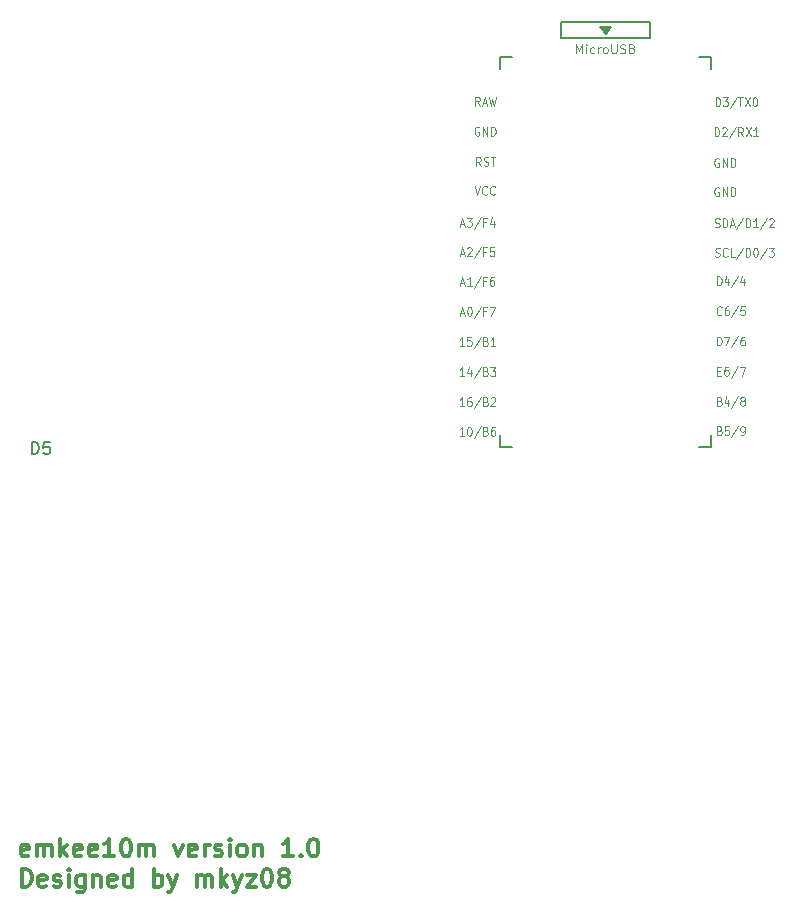
<source format=gto>
G04 #@! TF.GenerationSoftware,KiCad,Pcbnew,(5.1.4)-1*
G04 #@! TF.CreationDate,2019-11-23T21:45:35+09:00*
G04 #@! TF.ProjectId,sakure10m,73616b75-7265-4313-906d-2e6b69636164,rev?*
G04 #@! TF.SameCoordinates,Original*
G04 #@! TF.FileFunction,Legend,Top*
G04 #@! TF.FilePolarity,Positive*
%FSLAX46Y46*%
G04 Gerber Fmt 4.6, Leading zero omitted, Abs format (unit mm)*
G04 Created by KiCad (PCBNEW (5.1.4)-1) date 2019-11-23 21:45:35*
%MOMM*%
%LPD*%
G04 APERTURE LIST*
%ADD10C,0.300000*%
%ADD11C,0.150000*%
%ADD12C,0.125000*%
%ADD13C,0.120000*%
%ADD14C,2.302000*%
%ADD15O,1.702000X1.702000*%
%ADD16R,1.702000X1.702000*%
%ADD17C,2.102000*%
%ADD18C,1.102000*%
%ADD19C,1.802000*%
%ADD20C,2.002000*%
%ADD21C,4.102000*%
%ADD22R,1.626000X1.626000*%
G04 APERTURE END LIST*
D10*
X99023571Y-110732142D02*
X98880714Y-110803571D01*
X98595000Y-110803571D01*
X98452142Y-110732142D01*
X98380714Y-110589285D01*
X98380714Y-110017857D01*
X98452142Y-109875000D01*
X98595000Y-109803571D01*
X98880714Y-109803571D01*
X99023571Y-109875000D01*
X99095000Y-110017857D01*
X99095000Y-110160714D01*
X98380714Y-110303571D01*
X99737857Y-110803571D02*
X99737857Y-109803571D01*
X99737857Y-109946428D02*
X99809285Y-109875000D01*
X99952142Y-109803571D01*
X100166428Y-109803571D01*
X100309285Y-109875000D01*
X100380714Y-110017857D01*
X100380714Y-110803571D01*
X100380714Y-110017857D02*
X100452142Y-109875000D01*
X100595000Y-109803571D01*
X100809285Y-109803571D01*
X100952142Y-109875000D01*
X101023571Y-110017857D01*
X101023571Y-110803571D01*
X101737857Y-110803571D02*
X101737857Y-109303571D01*
X101880714Y-110232142D02*
X102309285Y-110803571D01*
X102309285Y-109803571D02*
X101737857Y-110375000D01*
X103523571Y-110732142D02*
X103380714Y-110803571D01*
X103095000Y-110803571D01*
X102952142Y-110732142D01*
X102880714Y-110589285D01*
X102880714Y-110017857D01*
X102952142Y-109875000D01*
X103095000Y-109803571D01*
X103380714Y-109803571D01*
X103523571Y-109875000D01*
X103595000Y-110017857D01*
X103595000Y-110160714D01*
X102880714Y-110303571D01*
X104809285Y-110732142D02*
X104666428Y-110803571D01*
X104380714Y-110803571D01*
X104237857Y-110732142D01*
X104166428Y-110589285D01*
X104166428Y-110017857D01*
X104237857Y-109875000D01*
X104380714Y-109803571D01*
X104666428Y-109803571D01*
X104809285Y-109875000D01*
X104880714Y-110017857D01*
X104880714Y-110160714D01*
X104166428Y-110303571D01*
X106309285Y-110803571D02*
X105452142Y-110803571D01*
X105880714Y-110803571D02*
X105880714Y-109303571D01*
X105737857Y-109517857D01*
X105595000Y-109660714D01*
X105452142Y-109732142D01*
X107237857Y-109303571D02*
X107380714Y-109303571D01*
X107523571Y-109375000D01*
X107595000Y-109446428D01*
X107666428Y-109589285D01*
X107737857Y-109875000D01*
X107737857Y-110232142D01*
X107666428Y-110517857D01*
X107595000Y-110660714D01*
X107523571Y-110732142D01*
X107380714Y-110803571D01*
X107237857Y-110803571D01*
X107095000Y-110732142D01*
X107023571Y-110660714D01*
X106952142Y-110517857D01*
X106880714Y-110232142D01*
X106880714Y-109875000D01*
X106952142Y-109589285D01*
X107023571Y-109446428D01*
X107095000Y-109375000D01*
X107237857Y-109303571D01*
X108380714Y-110803571D02*
X108380714Y-109803571D01*
X108380714Y-109946428D02*
X108452142Y-109875000D01*
X108595000Y-109803571D01*
X108809285Y-109803571D01*
X108952142Y-109875000D01*
X109023571Y-110017857D01*
X109023571Y-110803571D01*
X109023571Y-110017857D02*
X109095000Y-109875000D01*
X109237857Y-109803571D01*
X109452142Y-109803571D01*
X109595000Y-109875000D01*
X109666428Y-110017857D01*
X109666428Y-110803571D01*
X111380714Y-109803571D02*
X111737857Y-110803571D01*
X112095000Y-109803571D01*
X113237857Y-110732142D02*
X113095000Y-110803571D01*
X112809285Y-110803571D01*
X112666428Y-110732142D01*
X112595000Y-110589285D01*
X112595000Y-110017857D01*
X112666428Y-109875000D01*
X112809285Y-109803571D01*
X113095000Y-109803571D01*
X113237857Y-109875000D01*
X113309285Y-110017857D01*
X113309285Y-110160714D01*
X112595000Y-110303571D01*
X113952142Y-110803571D02*
X113952142Y-109803571D01*
X113952142Y-110089285D02*
X114023571Y-109946428D01*
X114095000Y-109875000D01*
X114237857Y-109803571D01*
X114380714Y-109803571D01*
X114809285Y-110732142D02*
X114952142Y-110803571D01*
X115237857Y-110803571D01*
X115380714Y-110732142D01*
X115452142Y-110589285D01*
X115452142Y-110517857D01*
X115380714Y-110375000D01*
X115237857Y-110303571D01*
X115023571Y-110303571D01*
X114880714Y-110232142D01*
X114809285Y-110089285D01*
X114809285Y-110017857D01*
X114880714Y-109875000D01*
X115023571Y-109803571D01*
X115237857Y-109803571D01*
X115380714Y-109875000D01*
X116095000Y-110803571D02*
X116095000Y-109803571D01*
X116095000Y-109303571D02*
X116023571Y-109375000D01*
X116095000Y-109446428D01*
X116166428Y-109375000D01*
X116095000Y-109303571D01*
X116095000Y-109446428D01*
X117023571Y-110803571D02*
X116880714Y-110732142D01*
X116809285Y-110660714D01*
X116737857Y-110517857D01*
X116737857Y-110089285D01*
X116809285Y-109946428D01*
X116880714Y-109875000D01*
X117023571Y-109803571D01*
X117237857Y-109803571D01*
X117380714Y-109875000D01*
X117452142Y-109946428D01*
X117523571Y-110089285D01*
X117523571Y-110517857D01*
X117452142Y-110660714D01*
X117380714Y-110732142D01*
X117237857Y-110803571D01*
X117023571Y-110803571D01*
X118166428Y-109803571D02*
X118166428Y-110803571D01*
X118166428Y-109946428D02*
X118237857Y-109875000D01*
X118380714Y-109803571D01*
X118595000Y-109803571D01*
X118737857Y-109875000D01*
X118809285Y-110017857D01*
X118809285Y-110803571D01*
X121452142Y-110803571D02*
X120595000Y-110803571D01*
X121023571Y-110803571D02*
X121023571Y-109303571D01*
X120880714Y-109517857D01*
X120737857Y-109660714D01*
X120595000Y-109732142D01*
X122095000Y-110660714D02*
X122166428Y-110732142D01*
X122095000Y-110803571D01*
X122023571Y-110732142D01*
X122095000Y-110660714D01*
X122095000Y-110803571D01*
X123095000Y-109303571D02*
X123237857Y-109303571D01*
X123380714Y-109375000D01*
X123452142Y-109446428D01*
X123523571Y-109589285D01*
X123595000Y-109875000D01*
X123595000Y-110232142D01*
X123523571Y-110517857D01*
X123452142Y-110660714D01*
X123380714Y-110732142D01*
X123237857Y-110803571D01*
X123095000Y-110803571D01*
X122952142Y-110732142D01*
X122880714Y-110660714D01*
X122809285Y-110517857D01*
X122737857Y-110232142D01*
X122737857Y-109875000D01*
X122809285Y-109589285D01*
X122880714Y-109446428D01*
X122952142Y-109375000D01*
X123095000Y-109303571D01*
X98452142Y-113353571D02*
X98452142Y-111853571D01*
X98809285Y-111853571D01*
X99023571Y-111925000D01*
X99166428Y-112067857D01*
X99237857Y-112210714D01*
X99309285Y-112496428D01*
X99309285Y-112710714D01*
X99237857Y-112996428D01*
X99166428Y-113139285D01*
X99023571Y-113282142D01*
X98809285Y-113353571D01*
X98452142Y-113353571D01*
X100523571Y-113282142D02*
X100380714Y-113353571D01*
X100095000Y-113353571D01*
X99952142Y-113282142D01*
X99880714Y-113139285D01*
X99880714Y-112567857D01*
X99952142Y-112425000D01*
X100095000Y-112353571D01*
X100380714Y-112353571D01*
X100523571Y-112425000D01*
X100595000Y-112567857D01*
X100595000Y-112710714D01*
X99880714Y-112853571D01*
X101166428Y-113282142D02*
X101309285Y-113353571D01*
X101595000Y-113353571D01*
X101737857Y-113282142D01*
X101809285Y-113139285D01*
X101809285Y-113067857D01*
X101737857Y-112925000D01*
X101595000Y-112853571D01*
X101380714Y-112853571D01*
X101237857Y-112782142D01*
X101166428Y-112639285D01*
X101166428Y-112567857D01*
X101237857Y-112425000D01*
X101380714Y-112353571D01*
X101595000Y-112353571D01*
X101737857Y-112425000D01*
X102452142Y-113353571D02*
X102452142Y-112353571D01*
X102452142Y-111853571D02*
X102380714Y-111925000D01*
X102452142Y-111996428D01*
X102523571Y-111925000D01*
X102452142Y-111853571D01*
X102452142Y-111996428D01*
X103809285Y-112353571D02*
X103809285Y-113567857D01*
X103737857Y-113710714D01*
X103666428Y-113782142D01*
X103523571Y-113853571D01*
X103309285Y-113853571D01*
X103166428Y-113782142D01*
X103809285Y-113282142D02*
X103666428Y-113353571D01*
X103380714Y-113353571D01*
X103237857Y-113282142D01*
X103166428Y-113210714D01*
X103095000Y-113067857D01*
X103095000Y-112639285D01*
X103166428Y-112496428D01*
X103237857Y-112425000D01*
X103380714Y-112353571D01*
X103666428Y-112353571D01*
X103809285Y-112425000D01*
X104523571Y-112353571D02*
X104523571Y-113353571D01*
X104523571Y-112496428D02*
X104595000Y-112425000D01*
X104737857Y-112353571D01*
X104952142Y-112353571D01*
X105095000Y-112425000D01*
X105166428Y-112567857D01*
X105166428Y-113353571D01*
X106452142Y-113282142D02*
X106309285Y-113353571D01*
X106023571Y-113353571D01*
X105880714Y-113282142D01*
X105809285Y-113139285D01*
X105809285Y-112567857D01*
X105880714Y-112425000D01*
X106023571Y-112353571D01*
X106309285Y-112353571D01*
X106452142Y-112425000D01*
X106523571Y-112567857D01*
X106523571Y-112710714D01*
X105809285Y-112853571D01*
X107809285Y-113353571D02*
X107809285Y-111853571D01*
X107809285Y-113282142D02*
X107666428Y-113353571D01*
X107380714Y-113353571D01*
X107237857Y-113282142D01*
X107166428Y-113210714D01*
X107095000Y-113067857D01*
X107095000Y-112639285D01*
X107166428Y-112496428D01*
X107237857Y-112425000D01*
X107380714Y-112353571D01*
X107666428Y-112353571D01*
X107809285Y-112425000D01*
X109666428Y-113353571D02*
X109666428Y-111853571D01*
X109666428Y-112425000D02*
X109809285Y-112353571D01*
X110095000Y-112353571D01*
X110237857Y-112425000D01*
X110309285Y-112496428D01*
X110380714Y-112639285D01*
X110380714Y-113067857D01*
X110309285Y-113210714D01*
X110237857Y-113282142D01*
X110095000Y-113353571D01*
X109809285Y-113353571D01*
X109666428Y-113282142D01*
X110880714Y-112353571D02*
X111237857Y-113353571D01*
X111595000Y-112353571D02*
X111237857Y-113353571D01*
X111095000Y-113710714D01*
X111023571Y-113782142D01*
X110880714Y-113853571D01*
X113309285Y-113353571D02*
X113309285Y-112353571D01*
X113309285Y-112496428D02*
X113380714Y-112425000D01*
X113523571Y-112353571D01*
X113737857Y-112353571D01*
X113880714Y-112425000D01*
X113952142Y-112567857D01*
X113952142Y-113353571D01*
X113952142Y-112567857D02*
X114023571Y-112425000D01*
X114166428Y-112353571D01*
X114380714Y-112353571D01*
X114523571Y-112425000D01*
X114595000Y-112567857D01*
X114595000Y-113353571D01*
X115309285Y-113353571D02*
X115309285Y-111853571D01*
X115452142Y-112782142D02*
X115880714Y-113353571D01*
X115880714Y-112353571D02*
X115309285Y-112925000D01*
X116380714Y-112353571D02*
X116737857Y-113353571D01*
X117095000Y-112353571D02*
X116737857Y-113353571D01*
X116595000Y-113710714D01*
X116523571Y-113782142D01*
X116380714Y-113853571D01*
X117523571Y-112353571D02*
X118309285Y-112353571D01*
X117523571Y-113353571D01*
X118309285Y-113353571D01*
X119166428Y-111853571D02*
X119309285Y-111853571D01*
X119452142Y-111925000D01*
X119523571Y-111996428D01*
X119595000Y-112139285D01*
X119666428Y-112425000D01*
X119666428Y-112782142D01*
X119595000Y-113067857D01*
X119523571Y-113210714D01*
X119452142Y-113282142D01*
X119309285Y-113353571D01*
X119166428Y-113353571D01*
X119023571Y-113282142D01*
X118952142Y-113210714D01*
X118880714Y-113067857D01*
X118809285Y-112782142D01*
X118809285Y-112425000D01*
X118880714Y-112139285D01*
X118952142Y-111996428D01*
X119023571Y-111925000D01*
X119166428Y-111853571D01*
X120523571Y-112496428D02*
X120380714Y-112425000D01*
X120309285Y-112353571D01*
X120237857Y-112210714D01*
X120237857Y-112139285D01*
X120309285Y-111996428D01*
X120380714Y-111925000D01*
X120523571Y-111853571D01*
X120809285Y-111853571D01*
X120952142Y-111925000D01*
X121023571Y-111996428D01*
X121095000Y-112139285D01*
X121095000Y-112210714D01*
X121023571Y-112353571D01*
X120952142Y-112425000D01*
X120809285Y-112496428D01*
X120523571Y-112496428D01*
X120380714Y-112567857D01*
X120309285Y-112639285D01*
X120237857Y-112782142D01*
X120237857Y-113067857D01*
X120309285Y-113210714D01*
X120380714Y-113282142D01*
X120523571Y-113353571D01*
X120809285Y-113353571D01*
X120952142Y-113282142D01*
X121023571Y-113210714D01*
X121095000Y-113067857D01*
X121095000Y-112782142D01*
X121023571Y-112639285D01*
X120952142Y-112567857D01*
X120809285Y-112496428D01*
D11*
X156800000Y-76150000D02*
X155790000Y-76150000D01*
X139000000Y-76150000D02*
X140000000Y-76150000D01*
X156800000Y-75150000D02*
X156800000Y-76150000D01*
X139000000Y-75100000D02*
X139000000Y-76150000D01*
X156800000Y-43100000D02*
X155850000Y-43100000D01*
X139000000Y-43100000D02*
X140000000Y-43100000D01*
X156800000Y-43100000D02*
X156800000Y-44100000D01*
X139000000Y-43100000D02*
X139000000Y-44100000D01*
X144150000Y-40200000D02*
X144150000Y-41500000D01*
X144150000Y-41500000D02*
X151650000Y-41500000D01*
X151650000Y-41500000D02*
X151650000Y-40200000D01*
X151650000Y-40200000D02*
X144150000Y-40200000D01*
X147400000Y-40550000D02*
X148400000Y-40550000D01*
X148400000Y-40550000D02*
X147900000Y-41200000D01*
X147900000Y-41200000D02*
X147400000Y-40550000D01*
X147550000Y-40700000D02*
X148250000Y-40700000D01*
X147650000Y-40850000D02*
X148150000Y-40850000D01*
X147750000Y-41000000D02*
X148050000Y-41000000D01*
X99351904Y-76732380D02*
X99351904Y-75732380D01*
X99590000Y-75732380D01*
X99732857Y-75780000D01*
X99828095Y-75875238D01*
X99875714Y-75970476D01*
X99923333Y-76160952D01*
X99923333Y-76303809D01*
X99875714Y-76494285D01*
X99828095Y-76589523D01*
X99732857Y-76684761D01*
X99590000Y-76732380D01*
X99351904Y-76732380D01*
X100828095Y-75732380D02*
X100351904Y-75732380D01*
X100304285Y-76208571D01*
X100351904Y-76160952D01*
X100447142Y-76113333D01*
X100685238Y-76113333D01*
X100780476Y-76160952D01*
X100828095Y-76208571D01*
X100875714Y-76303809D01*
X100875714Y-76541904D01*
X100828095Y-76637142D01*
X100780476Y-76684761D01*
X100685238Y-76732380D01*
X100447142Y-76732380D01*
X100351904Y-76684761D01*
X100304285Y-76637142D01*
D12*
X137242380Y-47239285D02*
X137019047Y-46882142D01*
X136859523Y-47239285D02*
X136859523Y-46489285D01*
X137114761Y-46489285D01*
X137178571Y-46525000D01*
X137210476Y-46560714D01*
X137242380Y-46632142D01*
X137242380Y-46739285D01*
X137210476Y-46810714D01*
X137178571Y-46846428D01*
X137114761Y-46882142D01*
X136859523Y-46882142D01*
X137497619Y-47025000D02*
X137816666Y-47025000D01*
X137433809Y-47239285D02*
X137657142Y-46489285D01*
X137880476Y-47239285D01*
X138040000Y-46489285D02*
X138199523Y-47239285D01*
X138327142Y-46703571D01*
X138454761Y-47239285D01*
X138614285Y-46489285D01*
X137194523Y-49075000D02*
X137130714Y-49039285D01*
X137035000Y-49039285D01*
X136939285Y-49075000D01*
X136875476Y-49146428D01*
X136843571Y-49217857D01*
X136811666Y-49360714D01*
X136811666Y-49467857D01*
X136843571Y-49610714D01*
X136875476Y-49682142D01*
X136939285Y-49753571D01*
X137035000Y-49789285D01*
X137098809Y-49789285D01*
X137194523Y-49753571D01*
X137226428Y-49717857D01*
X137226428Y-49467857D01*
X137098809Y-49467857D01*
X137513571Y-49789285D02*
X137513571Y-49039285D01*
X137896428Y-49789285D01*
X137896428Y-49039285D01*
X138215476Y-49789285D02*
X138215476Y-49039285D01*
X138375000Y-49039285D01*
X138470714Y-49075000D01*
X138534523Y-49146428D01*
X138566428Y-49217857D01*
X138598333Y-49360714D01*
X138598333Y-49467857D01*
X138566428Y-49610714D01*
X138534523Y-49682142D01*
X138470714Y-49753571D01*
X138375000Y-49789285D01*
X138215476Y-49789285D01*
X137338095Y-52339285D02*
X137114761Y-51982142D01*
X136955238Y-52339285D02*
X136955238Y-51589285D01*
X137210476Y-51589285D01*
X137274285Y-51625000D01*
X137306190Y-51660714D01*
X137338095Y-51732142D01*
X137338095Y-51839285D01*
X137306190Y-51910714D01*
X137274285Y-51946428D01*
X137210476Y-51982142D01*
X136955238Y-51982142D01*
X137593333Y-52303571D02*
X137689047Y-52339285D01*
X137848571Y-52339285D01*
X137912380Y-52303571D01*
X137944285Y-52267857D01*
X137976190Y-52196428D01*
X137976190Y-52125000D01*
X137944285Y-52053571D01*
X137912380Y-52017857D01*
X137848571Y-51982142D01*
X137720952Y-51946428D01*
X137657142Y-51910714D01*
X137625238Y-51875000D01*
X137593333Y-51803571D01*
X137593333Y-51732142D01*
X137625238Y-51660714D01*
X137657142Y-51625000D01*
X137720952Y-51589285D01*
X137880476Y-51589285D01*
X137976190Y-51625000D01*
X138167619Y-51589285D02*
X138550476Y-51589285D01*
X138359047Y-52339285D02*
X138359047Y-51589285D01*
X136811666Y-54039285D02*
X137035000Y-54789285D01*
X137258333Y-54039285D01*
X137864523Y-54717857D02*
X137832619Y-54753571D01*
X137736904Y-54789285D01*
X137673095Y-54789285D01*
X137577380Y-54753571D01*
X137513571Y-54682142D01*
X137481666Y-54610714D01*
X137449761Y-54467857D01*
X137449761Y-54360714D01*
X137481666Y-54217857D01*
X137513571Y-54146428D01*
X137577380Y-54075000D01*
X137673095Y-54039285D01*
X137736904Y-54039285D01*
X137832619Y-54075000D01*
X137864523Y-54110714D01*
X138534523Y-54717857D02*
X138502619Y-54753571D01*
X138406904Y-54789285D01*
X138343095Y-54789285D01*
X138247380Y-54753571D01*
X138183571Y-54682142D01*
X138151666Y-54610714D01*
X138119761Y-54467857D01*
X138119761Y-54360714D01*
X138151666Y-54217857D01*
X138183571Y-54146428D01*
X138247380Y-54075000D01*
X138343095Y-54039285D01*
X138406904Y-54039285D01*
X138502619Y-54075000D01*
X138534523Y-54110714D01*
X135619285Y-57275000D02*
X135938333Y-57275000D01*
X135555476Y-57489285D02*
X135778809Y-56739285D01*
X136002142Y-57489285D01*
X136161666Y-56739285D02*
X136576428Y-56739285D01*
X136353095Y-57025000D01*
X136448809Y-57025000D01*
X136512619Y-57060714D01*
X136544523Y-57096428D01*
X136576428Y-57167857D01*
X136576428Y-57346428D01*
X136544523Y-57417857D01*
X136512619Y-57453571D01*
X136448809Y-57489285D01*
X136257380Y-57489285D01*
X136193571Y-57453571D01*
X136161666Y-57417857D01*
X137342142Y-56703571D02*
X136767857Y-57667857D01*
X137788809Y-57096428D02*
X137565476Y-57096428D01*
X137565476Y-57489285D02*
X137565476Y-56739285D01*
X137884523Y-56739285D01*
X138426904Y-56989285D02*
X138426904Y-57489285D01*
X138267380Y-56703571D02*
X138107857Y-57239285D01*
X138522619Y-57239285D01*
X135619285Y-59775000D02*
X135938333Y-59775000D01*
X135555476Y-59989285D02*
X135778809Y-59239285D01*
X136002142Y-59989285D01*
X136193571Y-59310714D02*
X136225476Y-59275000D01*
X136289285Y-59239285D01*
X136448809Y-59239285D01*
X136512619Y-59275000D01*
X136544523Y-59310714D01*
X136576428Y-59382142D01*
X136576428Y-59453571D01*
X136544523Y-59560714D01*
X136161666Y-59989285D01*
X136576428Y-59989285D01*
X137342142Y-59203571D02*
X136767857Y-60167857D01*
X137788809Y-59596428D02*
X137565476Y-59596428D01*
X137565476Y-59989285D02*
X137565476Y-59239285D01*
X137884523Y-59239285D01*
X138458809Y-59239285D02*
X138139761Y-59239285D01*
X138107857Y-59596428D01*
X138139761Y-59560714D01*
X138203571Y-59525000D01*
X138363095Y-59525000D01*
X138426904Y-59560714D01*
X138458809Y-59596428D01*
X138490714Y-59667857D01*
X138490714Y-59846428D01*
X138458809Y-59917857D01*
X138426904Y-59953571D01*
X138363095Y-59989285D01*
X138203571Y-59989285D01*
X138139761Y-59953571D01*
X138107857Y-59917857D01*
X135619285Y-62275000D02*
X135938333Y-62275000D01*
X135555476Y-62489285D02*
X135778809Y-61739285D01*
X136002142Y-62489285D01*
X136576428Y-62489285D02*
X136193571Y-62489285D01*
X136385000Y-62489285D02*
X136385000Y-61739285D01*
X136321190Y-61846428D01*
X136257380Y-61917857D01*
X136193571Y-61953571D01*
X137342142Y-61703571D02*
X136767857Y-62667857D01*
X137788809Y-62096428D02*
X137565476Y-62096428D01*
X137565476Y-62489285D02*
X137565476Y-61739285D01*
X137884523Y-61739285D01*
X138426904Y-61739285D02*
X138299285Y-61739285D01*
X138235476Y-61775000D01*
X138203571Y-61810714D01*
X138139761Y-61917857D01*
X138107857Y-62060714D01*
X138107857Y-62346428D01*
X138139761Y-62417857D01*
X138171666Y-62453571D01*
X138235476Y-62489285D01*
X138363095Y-62489285D01*
X138426904Y-62453571D01*
X138458809Y-62417857D01*
X138490714Y-62346428D01*
X138490714Y-62167857D01*
X138458809Y-62096428D01*
X138426904Y-62060714D01*
X138363095Y-62025000D01*
X138235476Y-62025000D01*
X138171666Y-62060714D01*
X138139761Y-62096428D01*
X138107857Y-62167857D01*
X135619285Y-64825000D02*
X135938333Y-64825000D01*
X135555476Y-65039285D02*
X135778809Y-64289285D01*
X136002142Y-65039285D01*
X136353095Y-64289285D02*
X136416904Y-64289285D01*
X136480714Y-64325000D01*
X136512619Y-64360714D01*
X136544523Y-64432142D01*
X136576428Y-64575000D01*
X136576428Y-64753571D01*
X136544523Y-64896428D01*
X136512619Y-64967857D01*
X136480714Y-65003571D01*
X136416904Y-65039285D01*
X136353095Y-65039285D01*
X136289285Y-65003571D01*
X136257380Y-64967857D01*
X136225476Y-64896428D01*
X136193571Y-64753571D01*
X136193571Y-64575000D01*
X136225476Y-64432142D01*
X136257380Y-64360714D01*
X136289285Y-64325000D01*
X136353095Y-64289285D01*
X137342142Y-64253571D02*
X136767857Y-65217857D01*
X137788809Y-64646428D02*
X137565476Y-64646428D01*
X137565476Y-65039285D02*
X137565476Y-64289285D01*
X137884523Y-64289285D01*
X138075952Y-64289285D02*
X138522619Y-64289285D01*
X138235476Y-65039285D01*
X135922380Y-67589285D02*
X135539523Y-67589285D01*
X135730952Y-67589285D02*
X135730952Y-66839285D01*
X135667142Y-66946428D01*
X135603333Y-67017857D01*
X135539523Y-67053571D01*
X136528571Y-66839285D02*
X136209523Y-66839285D01*
X136177619Y-67196428D01*
X136209523Y-67160714D01*
X136273333Y-67125000D01*
X136432857Y-67125000D01*
X136496666Y-67160714D01*
X136528571Y-67196428D01*
X136560476Y-67267857D01*
X136560476Y-67446428D01*
X136528571Y-67517857D01*
X136496666Y-67553571D01*
X136432857Y-67589285D01*
X136273333Y-67589285D01*
X136209523Y-67553571D01*
X136177619Y-67517857D01*
X137326190Y-66803571D02*
X136751904Y-67767857D01*
X137772857Y-67196428D02*
X137868571Y-67232142D01*
X137900476Y-67267857D01*
X137932380Y-67339285D01*
X137932380Y-67446428D01*
X137900476Y-67517857D01*
X137868571Y-67553571D01*
X137804761Y-67589285D01*
X137549523Y-67589285D01*
X137549523Y-66839285D01*
X137772857Y-66839285D01*
X137836666Y-66875000D01*
X137868571Y-66910714D01*
X137900476Y-66982142D01*
X137900476Y-67053571D01*
X137868571Y-67125000D01*
X137836666Y-67160714D01*
X137772857Y-67196428D01*
X137549523Y-67196428D01*
X138570476Y-67589285D02*
X138187619Y-67589285D01*
X138379047Y-67589285D02*
X138379047Y-66839285D01*
X138315238Y-66946428D01*
X138251428Y-67017857D01*
X138187619Y-67053571D01*
X135922380Y-70139285D02*
X135539523Y-70139285D01*
X135730952Y-70139285D02*
X135730952Y-69389285D01*
X135667142Y-69496428D01*
X135603333Y-69567857D01*
X135539523Y-69603571D01*
X136496666Y-69639285D02*
X136496666Y-70139285D01*
X136337142Y-69353571D02*
X136177619Y-69889285D01*
X136592380Y-69889285D01*
X137326190Y-69353571D02*
X136751904Y-70317857D01*
X137772857Y-69746428D02*
X137868571Y-69782142D01*
X137900476Y-69817857D01*
X137932380Y-69889285D01*
X137932380Y-69996428D01*
X137900476Y-70067857D01*
X137868571Y-70103571D01*
X137804761Y-70139285D01*
X137549523Y-70139285D01*
X137549523Y-69389285D01*
X137772857Y-69389285D01*
X137836666Y-69425000D01*
X137868571Y-69460714D01*
X137900476Y-69532142D01*
X137900476Y-69603571D01*
X137868571Y-69675000D01*
X137836666Y-69710714D01*
X137772857Y-69746428D01*
X137549523Y-69746428D01*
X138155714Y-69389285D02*
X138570476Y-69389285D01*
X138347142Y-69675000D01*
X138442857Y-69675000D01*
X138506666Y-69710714D01*
X138538571Y-69746428D01*
X138570476Y-69817857D01*
X138570476Y-69996428D01*
X138538571Y-70067857D01*
X138506666Y-70103571D01*
X138442857Y-70139285D01*
X138251428Y-70139285D01*
X138187619Y-70103571D01*
X138155714Y-70067857D01*
X135922380Y-75189285D02*
X135539523Y-75189285D01*
X135730952Y-75189285D02*
X135730952Y-74439285D01*
X135667142Y-74546428D01*
X135603333Y-74617857D01*
X135539523Y-74653571D01*
X136337142Y-74439285D02*
X136400952Y-74439285D01*
X136464761Y-74475000D01*
X136496666Y-74510714D01*
X136528571Y-74582142D01*
X136560476Y-74725000D01*
X136560476Y-74903571D01*
X136528571Y-75046428D01*
X136496666Y-75117857D01*
X136464761Y-75153571D01*
X136400952Y-75189285D01*
X136337142Y-75189285D01*
X136273333Y-75153571D01*
X136241428Y-75117857D01*
X136209523Y-75046428D01*
X136177619Y-74903571D01*
X136177619Y-74725000D01*
X136209523Y-74582142D01*
X136241428Y-74510714D01*
X136273333Y-74475000D01*
X136337142Y-74439285D01*
X137326190Y-74403571D02*
X136751904Y-75367857D01*
X137772857Y-74796428D02*
X137868571Y-74832142D01*
X137900476Y-74867857D01*
X137932380Y-74939285D01*
X137932380Y-75046428D01*
X137900476Y-75117857D01*
X137868571Y-75153571D01*
X137804761Y-75189285D01*
X137549523Y-75189285D01*
X137549523Y-74439285D01*
X137772857Y-74439285D01*
X137836666Y-74475000D01*
X137868571Y-74510714D01*
X137900476Y-74582142D01*
X137900476Y-74653571D01*
X137868571Y-74725000D01*
X137836666Y-74760714D01*
X137772857Y-74796428D01*
X137549523Y-74796428D01*
X138506666Y-74439285D02*
X138379047Y-74439285D01*
X138315238Y-74475000D01*
X138283333Y-74510714D01*
X138219523Y-74617857D01*
X138187619Y-74760714D01*
X138187619Y-75046428D01*
X138219523Y-75117857D01*
X138251428Y-75153571D01*
X138315238Y-75189285D01*
X138442857Y-75189285D01*
X138506666Y-75153571D01*
X138538571Y-75117857D01*
X138570476Y-75046428D01*
X138570476Y-74867857D01*
X138538571Y-74796428D01*
X138506666Y-74760714D01*
X138442857Y-74725000D01*
X138315238Y-74725000D01*
X138251428Y-74760714D01*
X138219523Y-74796428D01*
X138187619Y-74867857D01*
X135922380Y-72689285D02*
X135539523Y-72689285D01*
X135730952Y-72689285D02*
X135730952Y-71939285D01*
X135667142Y-72046428D01*
X135603333Y-72117857D01*
X135539523Y-72153571D01*
X136496666Y-71939285D02*
X136369047Y-71939285D01*
X136305238Y-71975000D01*
X136273333Y-72010714D01*
X136209523Y-72117857D01*
X136177619Y-72260714D01*
X136177619Y-72546428D01*
X136209523Y-72617857D01*
X136241428Y-72653571D01*
X136305238Y-72689285D01*
X136432857Y-72689285D01*
X136496666Y-72653571D01*
X136528571Y-72617857D01*
X136560476Y-72546428D01*
X136560476Y-72367857D01*
X136528571Y-72296428D01*
X136496666Y-72260714D01*
X136432857Y-72225000D01*
X136305238Y-72225000D01*
X136241428Y-72260714D01*
X136209523Y-72296428D01*
X136177619Y-72367857D01*
X137326190Y-71903571D02*
X136751904Y-72867857D01*
X137772857Y-72296428D02*
X137868571Y-72332142D01*
X137900476Y-72367857D01*
X137932380Y-72439285D01*
X137932380Y-72546428D01*
X137900476Y-72617857D01*
X137868571Y-72653571D01*
X137804761Y-72689285D01*
X137549523Y-72689285D01*
X137549523Y-71939285D01*
X137772857Y-71939285D01*
X137836666Y-71975000D01*
X137868571Y-72010714D01*
X137900476Y-72082142D01*
X137900476Y-72153571D01*
X137868571Y-72225000D01*
X137836666Y-72260714D01*
X137772857Y-72296428D01*
X137549523Y-72296428D01*
X138187619Y-72010714D02*
X138219523Y-71975000D01*
X138283333Y-71939285D01*
X138442857Y-71939285D01*
X138506666Y-71975000D01*
X138538571Y-72010714D01*
X138570476Y-72082142D01*
X138570476Y-72153571D01*
X138538571Y-72260714D01*
X138155714Y-72689285D01*
X138570476Y-72689285D01*
X157372380Y-69696428D02*
X157595714Y-69696428D01*
X157691428Y-70089285D02*
X157372380Y-70089285D01*
X157372380Y-69339285D01*
X157691428Y-69339285D01*
X158265714Y-69339285D02*
X158138095Y-69339285D01*
X158074285Y-69375000D01*
X158042380Y-69410714D01*
X157978571Y-69517857D01*
X157946666Y-69660714D01*
X157946666Y-69946428D01*
X157978571Y-70017857D01*
X158010476Y-70053571D01*
X158074285Y-70089285D01*
X158201904Y-70089285D01*
X158265714Y-70053571D01*
X158297619Y-70017857D01*
X158329523Y-69946428D01*
X158329523Y-69767857D01*
X158297619Y-69696428D01*
X158265714Y-69660714D01*
X158201904Y-69625000D01*
X158074285Y-69625000D01*
X158010476Y-69660714D01*
X157978571Y-69696428D01*
X157946666Y-69767857D01*
X159095238Y-69303571D02*
X158520952Y-70267857D01*
X159254761Y-69339285D02*
X159701428Y-69339285D01*
X159414285Y-70089285D01*
X157340476Y-67539285D02*
X157340476Y-66789285D01*
X157500000Y-66789285D01*
X157595714Y-66825000D01*
X157659523Y-66896428D01*
X157691428Y-66967857D01*
X157723333Y-67110714D01*
X157723333Y-67217857D01*
X157691428Y-67360714D01*
X157659523Y-67432142D01*
X157595714Y-67503571D01*
X157500000Y-67539285D01*
X157340476Y-67539285D01*
X157946666Y-66789285D02*
X158393333Y-66789285D01*
X158106190Y-67539285D01*
X159127142Y-66753571D02*
X158552857Y-67717857D01*
X159637619Y-66789285D02*
X159510000Y-66789285D01*
X159446190Y-66825000D01*
X159414285Y-66860714D01*
X159350476Y-66967857D01*
X159318571Y-67110714D01*
X159318571Y-67396428D01*
X159350476Y-67467857D01*
X159382380Y-67503571D01*
X159446190Y-67539285D01*
X159573809Y-67539285D01*
X159637619Y-67503571D01*
X159669523Y-67467857D01*
X159701428Y-67396428D01*
X159701428Y-67217857D01*
X159669523Y-67146428D01*
X159637619Y-67110714D01*
X159573809Y-67075000D01*
X159446190Y-67075000D01*
X159382380Y-67110714D01*
X159350476Y-67146428D01*
X159318571Y-67217857D01*
X157494523Y-51725000D02*
X157430714Y-51689285D01*
X157335000Y-51689285D01*
X157239285Y-51725000D01*
X157175476Y-51796428D01*
X157143571Y-51867857D01*
X157111666Y-52010714D01*
X157111666Y-52117857D01*
X157143571Y-52260714D01*
X157175476Y-52332142D01*
X157239285Y-52403571D01*
X157335000Y-52439285D01*
X157398809Y-52439285D01*
X157494523Y-52403571D01*
X157526428Y-52367857D01*
X157526428Y-52117857D01*
X157398809Y-52117857D01*
X157813571Y-52439285D02*
X157813571Y-51689285D01*
X158196428Y-52439285D01*
X158196428Y-51689285D01*
X158515476Y-52439285D02*
X158515476Y-51689285D01*
X158675000Y-51689285D01*
X158770714Y-51725000D01*
X158834523Y-51796428D01*
X158866428Y-51867857D01*
X158898333Y-52010714D01*
X158898333Y-52117857D01*
X158866428Y-52260714D01*
X158834523Y-52332142D01*
X158770714Y-52403571D01*
X158675000Y-52439285D01*
X158515476Y-52439285D01*
X157494523Y-54175000D02*
X157430714Y-54139285D01*
X157335000Y-54139285D01*
X157239285Y-54175000D01*
X157175476Y-54246428D01*
X157143571Y-54317857D01*
X157111666Y-54460714D01*
X157111666Y-54567857D01*
X157143571Y-54710714D01*
X157175476Y-54782142D01*
X157239285Y-54853571D01*
X157335000Y-54889285D01*
X157398809Y-54889285D01*
X157494523Y-54853571D01*
X157526428Y-54817857D01*
X157526428Y-54567857D01*
X157398809Y-54567857D01*
X157813571Y-54889285D02*
X157813571Y-54139285D01*
X158196428Y-54889285D01*
X158196428Y-54139285D01*
X158515476Y-54889285D02*
X158515476Y-54139285D01*
X158675000Y-54139285D01*
X158770714Y-54175000D01*
X158834523Y-54246428D01*
X158866428Y-54317857D01*
X158898333Y-54460714D01*
X158898333Y-54567857D01*
X158866428Y-54710714D01*
X158834523Y-54782142D01*
X158770714Y-54853571D01*
X158675000Y-54889285D01*
X158515476Y-54889285D01*
X157216190Y-47289285D02*
X157216190Y-46539285D01*
X157375714Y-46539285D01*
X157471428Y-46575000D01*
X157535238Y-46646428D01*
X157567142Y-46717857D01*
X157599047Y-46860714D01*
X157599047Y-46967857D01*
X157567142Y-47110714D01*
X157535238Y-47182142D01*
X157471428Y-47253571D01*
X157375714Y-47289285D01*
X157216190Y-47289285D01*
X157822380Y-46539285D02*
X158237142Y-46539285D01*
X158013809Y-46825000D01*
X158109523Y-46825000D01*
X158173333Y-46860714D01*
X158205238Y-46896428D01*
X158237142Y-46967857D01*
X158237142Y-47146428D01*
X158205238Y-47217857D01*
X158173333Y-47253571D01*
X158109523Y-47289285D01*
X157918095Y-47289285D01*
X157854285Y-47253571D01*
X157822380Y-47217857D01*
X159002857Y-46503571D02*
X158428571Y-47467857D01*
X159130476Y-46539285D02*
X159513333Y-46539285D01*
X159321904Y-47289285D02*
X159321904Y-46539285D01*
X159672857Y-46539285D02*
X160119523Y-47289285D01*
X160119523Y-46539285D02*
X159672857Y-47289285D01*
X160502380Y-46539285D02*
X160566190Y-46539285D01*
X160630000Y-46575000D01*
X160661904Y-46610714D01*
X160693809Y-46682142D01*
X160725714Y-46825000D01*
X160725714Y-47003571D01*
X160693809Y-47146428D01*
X160661904Y-47217857D01*
X160630000Y-47253571D01*
X160566190Y-47289285D01*
X160502380Y-47289285D01*
X160438571Y-47253571D01*
X160406666Y-47217857D01*
X160374761Y-47146428D01*
X160342857Y-47003571D01*
X160342857Y-46825000D01*
X160374761Y-46682142D01*
X160406666Y-46610714D01*
X160438571Y-46575000D01*
X160502380Y-46539285D01*
X157340476Y-62439285D02*
X157340476Y-61689285D01*
X157500000Y-61689285D01*
X157595714Y-61725000D01*
X157659523Y-61796428D01*
X157691428Y-61867857D01*
X157723333Y-62010714D01*
X157723333Y-62117857D01*
X157691428Y-62260714D01*
X157659523Y-62332142D01*
X157595714Y-62403571D01*
X157500000Y-62439285D01*
X157340476Y-62439285D01*
X158297619Y-61939285D02*
X158297619Y-62439285D01*
X158138095Y-61653571D02*
X157978571Y-62189285D01*
X158393333Y-62189285D01*
X159127142Y-61653571D02*
X158552857Y-62617857D01*
X159637619Y-61939285D02*
X159637619Y-62439285D01*
X159478095Y-61653571D02*
X159318571Y-62189285D01*
X159733333Y-62189285D01*
X157166428Y-57503571D02*
X157262142Y-57539285D01*
X157421666Y-57539285D01*
X157485476Y-57503571D01*
X157517380Y-57467857D01*
X157549285Y-57396428D01*
X157549285Y-57325000D01*
X157517380Y-57253571D01*
X157485476Y-57217857D01*
X157421666Y-57182142D01*
X157294047Y-57146428D01*
X157230238Y-57110714D01*
X157198333Y-57075000D01*
X157166428Y-57003571D01*
X157166428Y-56932142D01*
X157198333Y-56860714D01*
X157230238Y-56825000D01*
X157294047Y-56789285D01*
X157453571Y-56789285D01*
X157549285Y-56825000D01*
X157836428Y-57539285D02*
X157836428Y-56789285D01*
X157995952Y-56789285D01*
X158091666Y-56825000D01*
X158155476Y-56896428D01*
X158187380Y-56967857D01*
X158219285Y-57110714D01*
X158219285Y-57217857D01*
X158187380Y-57360714D01*
X158155476Y-57432142D01*
X158091666Y-57503571D01*
X157995952Y-57539285D01*
X157836428Y-57539285D01*
X158474523Y-57325000D02*
X158793571Y-57325000D01*
X158410714Y-57539285D02*
X158634047Y-56789285D01*
X158857380Y-57539285D01*
X159559285Y-56753571D02*
X158985000Y-57717857D01*
X159782619Y-57539285D02*
X159782619Y-56789285D01*
X159942142Y-56789285D01*
X160037857Y-56825000D01*
X160101666Y-56896428D01*
X160133571Y-56967857D01*
X160165476Y-57110714D01*
X160165476Y-57217857D01*
X160133571Y-57360714D01*
X160101666Y-57432142D01*
X160037857Y-57503571D01*
X159942142Y-57539285D01*
X159782619Y-57539285D01*
X160803571Y-57539285D02*
X160420714Y-57539285D01*
X160612142Y-57539285D02*
X160612142Y-56789285D01*
X160548333Y-56896428D01*
X160484523Y-56967857D01*
X160420714Y-57003571D01*
X161569285Y-56753571D02*
X160995000Y-57717857D01*
X161760714Y-56860714D02*
X161792619Y-56825000D01*
X161856428Y-56789285D01*
X162015952Y-56789285D01*
X162079761Y-56825000D01*
X162111666Y-56860714D01*
X162143571Y-56932142D01*
X162143571Y-57003571D01*
X162111666Y-57110714D01*
X161728809Y-57539285D01*
X162143571Y-57539285D01*
X157182380Y-60003571D02*
X157278095Y-60039285D01*
X157437619Y-60039285D01*
X157501428Y-60003571D01*
X157533333Y-59967857D01*
X157565238Y-59896428D01*
X157565238Y-59825000D01*
X157533333Y-59753571D01*
X157501428Y-59717857D01*
X157437619Y-59682142D01*
X157310000Y-59646428D01*
X157246190Y-59610714D01*
X157214285Y-59575000D01*
X157182380Y-59503571D01*
X157182380Y-59432142D01*
X157214285Y-59360714D01*
X157246190Y-59325000D01*
X157310000Y-59289285D01*
X157469523Y-59289285D01*
X157565238Y-59325000D01*
X158235238Y-59967857D02*
X158203333Y-60003571D01*
X158107619Y-60039285D01*
X158043809Y-60039285D01*
X157948095Y-60003571D01*
X157884285Y-59932142D01*
X157852380Y-59860714D01*
X157820476Y-59717857D01*
X157820476Y-59610714D01*
X157852380Y-59467857D01*
X157884285Y-59396428D01*
X157948095Y-59325000D01*
X158043809Y-59289285D01*
X158107619Y-59289285D01*
X158203333Y-59325000D01*
X158235238Y-59360714D01*
X158841428Y-60039285D02*
X158522380Y-60039285D01*
X158522380Y-59289285D01*
X159543333Y-59253571D02*
X158969047Y-60217857D01*
X159766666Y-60039285D02*
X159766666Y-59289285D01*
X159926190Y-59289285D01*
X160021904Y-59325000D01*
X160085714Y-59396428D01*
X160117619Y-59467857D01*
X160149523Y-59610714D01*
X160149523Y-59717857D01*
X160117619Y-59860714D01*
X160085714Y-59932142D01*
X160021904Y-60003571D01*
X159926190Y-60039285D01*
X159766666Y-60039285D01*
X160564285Y-59289285D02*
X160628095Y-59289285D01*
X160691904Y-59325000D01*
X160723809Y-59360714D01*
X160755714Y-59432142D01*
X160787619Y-59575000D01*
X160787619Y-59753571D01*
X160755714Y-59896428D01*
X160723809Y-59967857D01*
X160691904Y-60003571D01*
X160628095Y-60039285D01*
X160564285Y-60039285D01*
X160500476Y-60003571D01*
X160468571Y-59967857D01*
X160436666Y-59896428D01*
X160404761Y-59753571D01*
X160404761Y-59575000D01*
X160436666Y-59432142D01*
X160468571Y-59360714D01*
X160500476Y-59325000D01*
X160564285Y-59289285D01*
X161553333Y-59253571D02*
X160979047Y-60217857D01*
X161712857Y-59289285D02*
X162127619Y-59289285D01*
X161904285Y-59575000D01*
X162000000Y-59575000D01*
X162063809Y-59610714D01*
X162095714Y-59646428D01*
X162127619Y-59717857D01*
X162127619Y-59896428D01*
X162095714Y-59967857D01*
X162063809Y-60003571D01*
X162000000Y-60039285D01*
X161808571Y-60039285D01*
X161744761Y-60003571D01*
X161712857Y-59967857D01*
X157723333Y-64917857D02*
X157691428Y-64953571D01*
X157595714Y-64989285D01*
X157531904Y-64989285D01*
X157436190Y-64953571D01*
X157372380Y-64882142D01*
X157340476Y-64810714D01*
X157308571Y-64667857D01*
X157308571Y-64560714D01*
X157340476Y-64417857D01*
X157372380Y-64346428D01*
X157436190Y-64275000D01*
X157531904Y-64239285D01*
X157595714Y-64239285D01*
X157691428Y-64275000D01*
X157723333Y-64310714D01*
X158297619Y-64239285D02*
X158170000Y-64239285D01*
X158106190Y-64275000D01*
X158074285Y-64310714D01*
X158010476Y-64417857D01*
X157978571Y-64560714D01*
X157978571Y-64846428D01*
X158010476Y-64917857D01*
X158042380Y-64953571D01*
X158106190Y-64989285D01*
X158233809Y-64989285D01*
X158297619Y-64953571D01*
X158329523Y-64917857D01*
X158361428Y-64846428D01*
X158361428Y-64667857D01*
X158329523Y-64596428D01*
X158297619Y-64560714D01*
X158233809Y-64525000D01*
X158106190Y-64525000D01*
X158042380Y-64560714D01*
X158010476Y-64596428D01*
X157978571Y-64667857D01*
X159127142Y-64203571D02*
X158552857Y-65167857D01*
X159669523Y-64239285D02*
X159350476Y-64239285D01*
X159318571Y-64596428D01*
X159350476Y-64560714D01*
X159414285Y-64525000D01*
X159573809Y-64525000D01*
X159637619Y-64560714D01*
X159669523Y-64596428D01*
X159701428Y-64667857D01*
X159701428Y-64846428D01*
X159669523Y-64917857D01*
X159637619Y-64953571D01*
X159573809Y-64989285D01*
X159414285Y-64989285D01*
X159350476Y-64953571D01*
X159318571Y-64917857D01*
X157563809Y-74746428D02*
X157659523Y-74782142D01*
X157691428Y-74817857D01*
X157723333Y-74889285D01*
X157723333Y-74996428D01*
X157691428Y-75067857D01*
X157659523Y-75103571D01*
X157595714Y-75139285D01*
X157340476Y-75139285D01*
X157340476Y-74389285D01*
X157563809Y-74389285D01*
X157627619Y-74425000D01*
X157659523Y-74460714D01*
X157691428Y-74532142D01*
X157691428Y-74603571D01*
X157659523Y-74675000D01*
X157627619Y-74710714D01*
X157563809Y-74746428D01*
X157340476Y-74746428D01*
X158329523Y-74389285D02*
X158010476Y-74389285D01*
X157978571Y-74746428D01*
X158010476Y-74710714D01*
X158074285Y-74675000D01*
X158233809Y-74675000D01*
X158297619Y-74710714D01*
X158329523Y-74746428D01*
X158361428Y-74817857D01*
X158361428Y-74996428D01*
X158329523Y-75067857D01*
X158297619Y-75103571D01*
X158233809Y-75139285D01*
X158074285Y-75139285D01*
X158010476Y-75103571D01*
X157978571Y-75067857D01*
X159127142Y-74353571D02*
X158552857Y-75317857D01*
X159382380Y-75139285D02*
X159510000Y-75139285D01*
X159573809Y-75103571D01*
X159605714Y-75067857D01*
X159669523Y-74960714D01*
X159701428Y-74817857D01*
X159701428Y-74532142D01*
X159669523Y-74460714D01*
X159637619Y-74425000D01*
X159573809Y-74389285D01*
X159446190Y-74389285D01*
X159382380Y-74425000D01*
X159350476Y-74460714D01*
X159318571Y-74532142D01*
X159318571Y-74710714D01*
X159350476Y-74782142D01*
X159382380Y-74817857D01*
X159446190Y-74853571D01*
X159573809Y-74853571D01*
X159637619Y-74817857D01*
X159669523Y-74782142D01*
X159701428Y-74710714D01*
X157136428Y-49839285D02*
X157136428Y-49089285D01*
X157295952Y-49089285D01*
X157391666Y-49125000D01*
X157455476Y-49196428D01*
X157487380Y-49267857D01*
X157519285Y-49410714D01*
X157519285Y-49517857D01*
X157487380Y-49660714D01*
X157455476Y-49732142D01*
X157391666Y-49803571D01*
X157295952Y-49839285D01*
X157136428Y-49839285D01*
X157774523Y-49160714D02*
X157806428Y-49125000D01*
X157870238Y-49089285D01*
X158029761Y-49089285D01*
X158093571Y-49125000D01*
X158125476Y-49160714D01*
X158157380Y-49232142D01*
X158157380Y-49303571D01*
X158125476Y-49410714D01*
X157742619Y-49839285D01*
X158157380Y-49839285D01*
X158923095Y-49053571D02*
X158348809Y-50017857D01*
X159529285Y-49839285D02*
X159305952Y-49482142D01*
X159146428Y-49839285D02*
X159146428Y-49089285D01*
X159401666Y-49089285D01*
X159465476Y-49125000D01*
X159497380Y-49160714D01*
X159529285Y-49232142D01*
X159529285Y-49339285D01*
X159497380Y-49410714D01*
X159465476Y-49446428D01*
X159401666Y-49482142D01*
X159146428Y-49482142D01*
X159752619Y-49089285D02*
X160199285Y-49839285D01*
X160199285Y-49089285D02*
X159752619Y-49839285D01*
X160805476Y-49839285D02*
X160422619Y-49839285D01*
X160614047Y-49839285D02*
X160614047Y-49089285D01*
X160550238Y-49196428D01*
X160486428Y-49267857D01*
X160422619Y-49303571D01*
X157563809Y-72246428D02*
X157659523Y-72282142D01*
X157691428Y-72317857D01*
X157723333Y-72389285D01*
X157723333Y-72496428D01*
X157691428Y-72567857D01*
X157659523Y-72603571D01*
X157595714Y-72639285D01*
X157340476Y-72639285D01*
X157340476Y-71889285D01*
X157563809Y-71889285D01*
X157627619Y-71925000D01*
X157659523Y-71960714D01*
X157691428Y-72032142D01*
X157691428Y-72103571D01*
X157659523Y-72175000D01*
X157627619Y-72210714D01*
X157563809Y-72246428D01*
X157340476Y-72246428D01*
X158297619Y-72139285D02*
X158297619Y-72639285D01*
X158138095Y-71853571D02*
X157978571Y-72389285D01*
X158393333Y-72389285D01*
X159127142Y-71853571D02*
X158552857Y-72817857D01*
X159446190Y-72210714D02*
X159382380Y-72175000D01*
X159350476Y-72139285D01*
X159318571Y-72067857D01*
X159318571Y-72032142D01*
X159350476Y-71960714D01*
X159382380Y-71925000D01*
X159446190Y-71889285D01*
X159573809Y-71889285D01*
X159637619Y-71925000D01*
X159669523Y-71960714D01*
X159701428Y-72032142D01*
X159701428Y-72067857D01*
X159669523Y-72139285D01*
X159637619Y-72175000D01*
X159573809Y-72210714D01*
X159446190Y-72210714D01*
X159382380Y-72246428D01*
X159350476Y-72282142D01*
X159318571Y-72353571D01*
X159318571Y-72496428D01*
X159350476Y-72567857D01*
X159382380Y-72603571D01*
X159446190Y-72639285D01*
X159573809Y-72639285D01*
X159637619Y-72603571D01*
X159669523Y-72567857D01*
X159701428Y-72496428D01*
X159701428Y-72353571D01*
X159669523Y-72282142D01*
X159637619Y-72246428D01*
X159573809Y-72210714D01*
D13*
X145403571Y-42789285D02*
X145403571Y-42039285D01*
X145653571Y-42575000D01*
X145903571Y-42039285D01*
X145903571Y-42789285D01*
X146260714Y-42789285D02*
X146260714Y-42289285D01*
X146260714Y-42039285D02*
X146225000Y-42075000D01*
X146260714Y-42110714D01*
X146296428Y-42075000D01*
X146260714Y-42039285D01*
X146260714Y-42110714D01*
X146939285Y-42753571D02*
X146867857Y-42789285D01*
X146725000Y-42789285D01*
X146653571Y-42753571D01*
X146617857Y-42717857D01*
X146582142Y-42646428D01*
X146582142Y-42432142D01*
X146617857Y-42360714D01*
X146653571Y-42325000D01*
X146725000Y-42289285D01*
X146867857Y-42289285D01*
X146939285Y-42325000D01*
X147260714Y-42789285D02*
X147260714Y-42289285D01*
X147260714Y-42432142D02*
X147296428Y-42360714D01*
X147332142Y-42325000D01*
X147403571Y-42289285D01*
X147475000Y-42289285D01*
X147832142Y-42789285D02*
X147760714Y-42753571D01*
X147725000Y-42717857D01*
X147689285Y-42646428D01*
X147689285Y-42432142D01*
X147725000Y-42360714D01*
X147760714Y-42325000D01*
X147832142Y-42289285D01*
X147939285Y-42289285D01*
X148010714Y-42325000D01*
X148046428Y-42360714D01*
X148082142Y-42432142D01*
X148082142Y-42646428D01*
X148046428Y-42717857D01*
X148010714Y-42753571D01*
X147939285Y-42789285D01*
X147832142Y-42789285D01*
X148403571Y-42039285D02*
X148403571Y-42646428D01*
X148439285Y-42717857D01*
X148475000Y-42753571D01*
X148546428Y-42789285D01*
X148689285Y-42789285D01*
X148760714Y-42753571D01*
X148796428Y-42717857D01*
X148832142Y-42646428D01*
X148832142Y-42039285D01*
X149153571Y-42753571D02*
X149260714Y-42789285D01*
X149439285Y-42789285D01*
X149510714Y-42753571D01*
X149546428Y-42717857D01*
X149582142Y-42646428D01*
X149582142Y-42575000D01*
X149546428Y-42503571D01*
X149510714Y-42467857D01*
X149439285Y-42432142D01*
X149296428Y-42396428D01*
X149225000Y-42360714D01*
X149189285Y-42325000D01*
X149153571Y-42253571D01*
X149153571Y-42182142D01*
X149189285Y-42110714D01*
X149225000Y-42075000D01*
X149296428Y-42039285D01*
X149475000Y-42039285D01*
X149582142Y-42075000D01*
X150153571Y-42396428D02*
X150260714Y-42432142D01*
X150296428Y-42467857D01*
X150332142Y-42539285D01*
X150332142Y-42646428D01*
X150296428Y-42717857D01*
X150260714Y-42753571D01*
X150189285Y-42789285D01*
X149903571Y-42789285D01*
X149903571Y-42039285D01*
X150153571Y-42039285D01*
X150225000Y-42075000D01*
X150260714Y-42110714D01*
X150296428Y-42182142D01*
X150296428Y-42253571D01*
X150260714Y-42325000D01*
X150225000Y-42360714D01*
X150153571Y-42396428D01*
X149903571Y-42396428D01*
%LPC*%
D14*
X141900000Y-78400000D03*
X160900000Y-78400000D03*
X160900000Y-114400000D03*
X73900000Y-114400000D03*
X73900000Y-43400000D03*
X160900000Y-43400000D03*
D15*
X115280000Y-101400000D03*
D16*
X122900000Y-101400000D03*
D17*
X80650000Y-110150000D03*
X87150000Y-110150000D03*
X87150000Y-114650000D03*
X80650000Y-114650000D03*
D15*
X115280000Y-97400000D03*
D16*
X122900000Y-97400000D03*
D15*
X96280000Y-97400000D03*
D16*
X103900000Y-97400000D03*
D15*
X77280000Y-97400000D03*
D16*
X84900000Y-97400000D03*
D15*
X96280000Y-78400000D03*
D16*
X103900000Y-78400000D03*
D15*
X96280000Y-59400000D03*
D16*
X103900000Y-59400000D03*
D15*
X115280000Y-78400000D03*
D16*
X122900000Y-78400000D03*
D15*
X77280000Y-78400000D03*
D16*
X84900000Y-78400000D03*
D15*
X115280000Y-59400000D03*
D16*
X122900000Y-59400000D03*
D15*
X77280000Y-59400000D03*
D16*
X84900000Y-59400000D03*
D18*
X117680000Y-93600000D03*
X128120000Y-93600000D03*
D19*
X117820000Y-89400000D03*
X127980000Y-89400000D03*
D20*
X128400000Y-89400000D03*
X117400000Y-89400000D03*
D21*
X122900000Y-89400000D03*
D22*
X155900000Y-90400000D03*
X155900000Y-87860000D03*
X155900000Y-85320000D03*
D18*
X79680000Y-55600000D03*
X90120000Y-55600000D03*
D19*
X79820000Y-51400000D03*
X89980000Y-51400000D03*
D20*
X90400000Y-51400000D03*
X79400000Y-51400000D03*
D21*
X84900000Y-51400000D03*
D18*
X98680000Y-93600000D03*
X109120000Y-93600000D03*
D19*
X98820000Y-89400000D03*
X108980000Y-89400000D03*
D20*
X109400000Y-89400000D03*
X98400000Y-89400000D03*
D21*
X103900000Y-89400000D03*
D18*
X79680000Y-74600000D03*
X90120000Y-74600000D03*
D19*
X79820000Y-70400000D03*
X89980000Y-70400000D03*
D20*
X90400000Y-70400000D03*
X79400000Y-70400000D03*
D21*
X84900000Y-70400000D03*
D18*
X79680000Y-93600000D03*
X90120000Y-93600000D03*
D19*
X79820000Y-89400000D03*
X89980000Y-89400000D03*
D20*
X90400000Y-89400000D03*
X79400000Y-89400000D03*
D21*
X84900000Y-89400000D03*
D18*
X117680000Y-74600000D03*
X128120000Y-74600000D03*
D19*
X117820000Y-70400000D03*
X127980000Y-70400000D03*
D20*
X128400000Y-70400000D03*
X117400000Y-70400000D03*
D21*
X122900000Y-70400000D03*
D18*
X117680000Y-55600000D03*
X128120000Y-55600000D03*
D19*
X117820000Y-51400000D03*
X127980000Y-51400000D03*
D20*
X128400000Y-51400000D03*
X117400000Y-51400000D03*
D21*
X122900000Y-51400000D03*
D18*
X98680000Y-74600000D03*
X109120000Y-74600000D03*
D19*
X98820000Y-70400000D03*
X108980000Y-70400000D03*
D20*
X109400000Y-70400000D03*
X98400000Y-70400000D03*
D21*
X103900000Y-70400000D03*
D18*
X98680000Y-55600000D03*
X109120000Y-55600000D03*
D19*
X98820000Y-51400000D03*
X108980000Y-51400000D03*
D20*
X109400000Y-51400000D03*
X98400000Y-51400000D03*
D21*
X103900000Y-51400000D03*
X150900000Y-103400000D03*
D20*
X147010913Y-107289087D03*
X154789087Y-99510913D03*
D19*
X154492102Y-99807898D03*
X147307898Y-106992102D03*
D18*
X157560946Y-102678751D03*
X150178751Y-110060946D03*
M02*

</source>
